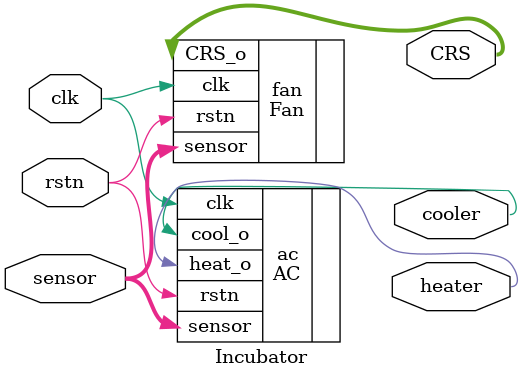
<source format=v>
module Incubator (clk,
                  sensor,
                  rstn,
                  heater,
                  cooler,
                  CRS);
    
    input clk,rstn;
    input signed [7:0]sensor;
    output heater,cooler;
    output [3:0] CRS;
    
    
    AC ac (
    .clk(clk),
    .sensor(sensor),
    .rstn(rstn),
    .cool_o(cooler),
    .heat_o(heater)
    );
    
    Fan fan (
    .clk(clk),
    .sensor(sensor),
    .rstn(rstn),
    .CRS_o(CRS)
    );
    
    
endmodule


</source>
